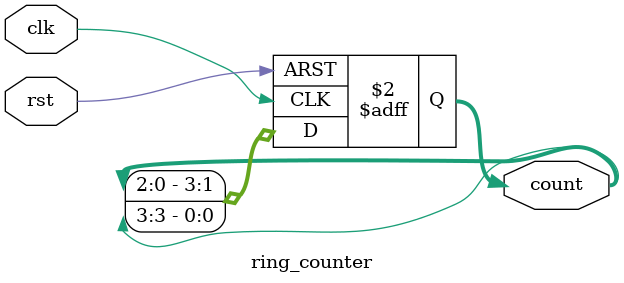
<source format=v>
module ring_counter (
    input clk,
    input rst,
    output reg [3:0] count
);

always @(posedge clk or posedge rst) begin
    if (rst)
        count <= 4'b0001;
    else
        count <= {count[2:0], count[3]};
end

endmodule

</source>
